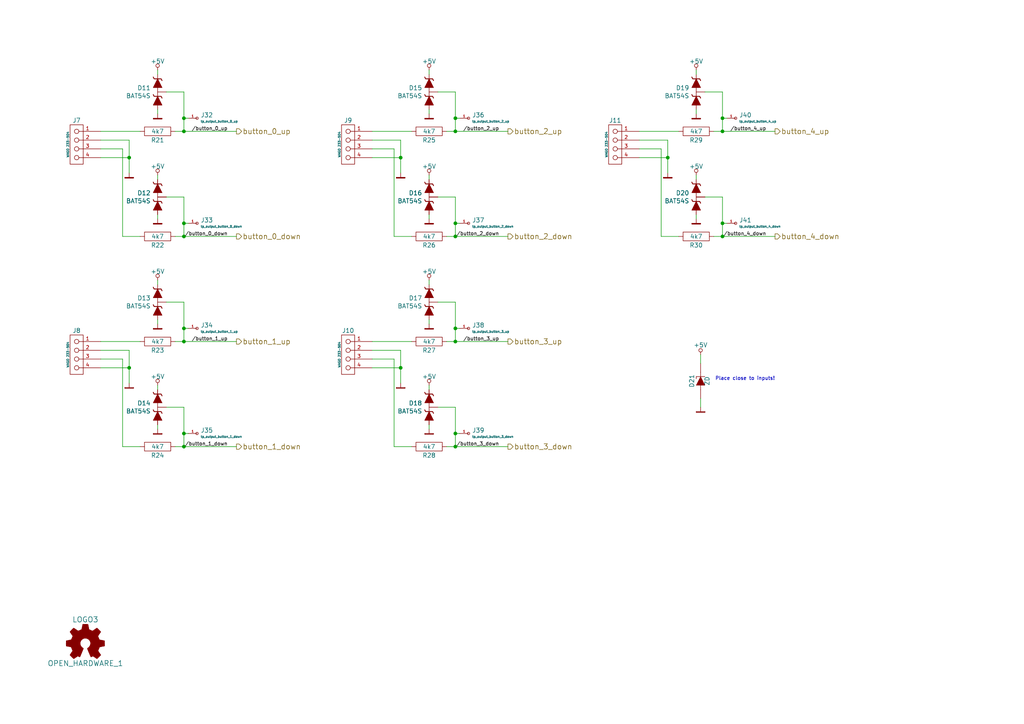
<source format=kicad_sch>
(kicad_sch (version 20211123) (generator eeschema)
  (paper "A4")
  (title_block (title "motor switch 3pole (inputs)") (date "2018-12-27") (rev "B") (company "koewiba"))
  (lib_symbols
    (symbol "connectors:CONN_1" (pin_names (offset 1.016))
      (property "Reference" "J" (at 0 1.905 0))
      (property "Value" "CONN_1" (at 0 -1.905 0))
      (symbol "CONN_1_0_1"
        (circle (center 0 0) (radius 0.3556))
      )
      (symbol "CONN_1_1_1"
        (pin passive line (at -2.54 0 0) (length 2.54) (name "~") (number "1"))
      )
    )
    (symbol "connectors:CONN_4X1" (pin_names (offset 1.016) hide)
      (property "Reference" "J" (at 1.905 6.985 0))
      (property "Value" "CONN_4X1" (at 4.445 0 90))
      (symbol "CONN_4X1_0_1"
        (rectangle (start 0 5.715) (end 3.81 -5.715))
      )
      (symbol "CONN_4X1_1_1"
        (pin passive inverted (at -5.08 3.81 0) (length 7.62) (name "1") (number "1"))
        (pin passive inverted (at -5.08 1.27 0) (length 7.62) (name "2") (number "2"))
        (pin input inverted (at -5.08 -1.27 0) (length 7.62) (name "3") (number "3"))
        (pin input inverted (at -5.08 -3.81 0) (length 7.62) (name "4") (number "4"))
      )
    )
    (symbol "diodes:BAT54S" (pin_numbers hide) (pin_names (offset 1.016) hide)
      (property "Reference" "D" (at 1.905 -6.35 0))
      (property "Value" "BAT54S" (at 0 6.35 0))
      (symbol "BAT54S_0_1"
        (polyline (pts (xy 0 -1.27) (xy 0 1.27) (xy 0 1.27)))
        (polyline (pts (xy -1.27 -1.778) (xy -1.016 -1.27) (xy 1.016 -1.27) (xy 1.27 -0.762)) (stroke (width 0.254)))
        (polyline (pts (xy -1.27 1.27) (xy 1.27 1.27) (xy 0 3.81) (xy -1.27 1.27) (xy -1.27 1.27)) (fill (type outline)))
        (polyline (pts (xy -1.27 3.302) (xy -1.016 3.81) (xy 1.016 3.81) (xy 1.27 4.318) (xy 1.27 4.318)) (stroke (width 0.254)))
        (polyline (pts (xy 0 -1.27) (xy -1.27 -3.81) (xy 1.27 -3.81) (xy 0 -1.27) (xy 0 -1.27)) (fill (type outline)))
      )
      (symbol "BAT54S_1_1"
        (pin input line (at 0 -5.08 90) (length 2.54) (name "1") (number "1"))
        (pin input line (at 0 5.08 270) (length 2.54) (name "2") (number "2"))
        (pin input line (at -2.54 0 0) (length 2.54) (name "3") (number "3"))
      )
    )
    (symbol "logo:OPEN_HARDWARE_1" (pin_names (offset 1.016))
      (property "Reference" "LOGO" (at 0 6.985 0))
      (property "Value" "OPEN_HARDWARE_1" (at 0 -5.715 0))
      (symbol "OPEN_HARDWARE_1_0_1"
        (polyline (pts (xy 3.3528 -4.3434) (xy 3.302 -4.318) (xy 3.175 -4.2418) (xy 2.9972 -4.1148) (xy 2.7686 -3.9624) (xy 2.54 -3.81) (xy 2.3622 -3.7084) (xy 2.2352 -3.6068) (xy 2.1844 -3.5814) (xy 2.159 -3.6068) (xy 2.0574 -3.6576) (xy 1.905 -3.7338) (xy 1.8034 -3.7846) (xy 1.6764 -3.8354) (xy 1.6002 -3.8354) (xy 1.6002 -3.8354) (xy 1.5494 -3.7338) (xy 1.4732 -3.5306) (xy 1.3462 -3.302) (xy 1.2446 -3.0226) (xy 1.1176 -2.7178) (xy 0.9652 -2.413) (xy 0.8636 -2.1082) (xy 0.7366 -1.8288) (xy 0.6604 -1.6256) (xy 0.6096 -1.4732) (xy 0.5842 -1.397) (xy 0.5842 -1.397) (xy 0.6604 -1.3208) (xy 0.7874 -1.2446) (xy 1.0414 -1.016) (xy 1.2954 -0.6858) (xy 1.4478 -0.3302) (xy 1.524 0.0762) (xy 1.4732 0.4572) (xy 1.3208 0.8128) (xy 1.0668 1.143) (xy 0.762 1.3716) (xy 0.4064 1.524) (xy 0 1.5748) (xy -0.381 1.5494) (xy -0.7366 1.397) (xy -1.0668 1.143) (xy -1.2192 0.9906) (xy -1.397 0.6604) (xy -1.524 0.3048) (xy -1.524 0.2286) (xy -1.4986 -0.1778) (xy -1.397 -0.5334) (xy -1.1938 -0.8636) (xy -0.9144 -1.143) (xy -0.8636 -1.1684) (xy -0.7366 -1.27) (xy -0.635 -1.3462) (xy -0.5842 -1.397) (xy -1.0668 -2.5908) (xy -1.143 -2.794) (xy -1.2954 -3.1242) (xy -1.397 -3.4036) (xy -1.4986 -3.6322) (xy -1.5748 -3.7846) (xy -1.6002 -3.8354) (xy -1.6002 -3.8354) (xy -1.651 -3.8354) (xy -1.7272 -3.81) (xy -1.905 -3.7338) (xy -2.0066 -3.683) (xy -2.1336 -3.6068) (xy -2.2098 -3.5814) (xy -2.2606 -3.6068) (xy -2.3622 -3.683) (xy -2.54 -3.81) (xy -2.7686 -3.9624) (xy -2.9718 -4.0894) (xy -3.1496 -4.2164) (xy -3.302 -4.318) (xy -3.3528 -4.3434) (xy -3.3782 -4.3434) (xy -3.429 -4.318) (xy -3.5306 -4.2164) (xy -3.7084 -4.064) (xy -3.937 -3.8354) (xy -3.9624 -3.81) (xy -4.1656 -3.6068) (xy -4.318 -3.4544) (xy -4.4196 -3.3274) (xy -4.445 -3.2766) (xy -4.445 -3.2766) (xy -4.4196 -3.2258) (xy -4.318 -3.0734) (xy -4.2164 -2.8956) (xy -4.064 -2.667) (xy -3.6576 -2.0828) (xy -3.8862 -1.5494) (xy -3.937 -1.3716) (xy -4.0386 -1.1684) (xy -4.0894 -1.0414) (xy -4.1148 -0.9652) (xy -4.191 -0.9398) (xy -4.318 -0.9144) (xy -4.5466 -0.8636) (xy -4.8006 -0.8128) (xy -5.0546 -0.7874) (xy -5.2578 -0.7366) (xy -5.4356 -0.7112) (xy -5.5118 -0.6858) (xy -5.5118 -0.6858) (xy -5.5372 -0.635) (xy -5.5372 -0.5588) (xy -5.5372 -0.4318) (xy -5.5626 -0.2286) (xy -5.5626 0.0762) (xy -5.5626 0.127) (xy -5.5372 0.4064) (xy -5.5372 0.635) (xy -5.5372 0.762) (xy -5.5372 0.8382) (xy -5.5372 0.8382) (xy -5.461 0.8382) (xy -5.3086 0.889) (xy -5.08 0.9144) (xy -4.826 0.9652) (xy -4.8006 0.9906) (xy -4.5466 1.0414) (xy -4.318 1.0668) (xy -4.1656 1.1176) (xy -4.0894 1.143) (xy -4.0894 1.143) (xy -4.0386 1.2446) (xy -3.9624 1.4224) (xy -3.8608 1.6256) (xy -3.7846 1.8288) (xy -3.7084 2.0066) (xy -3.6576 2.159) (xy -3.6322 2.2098) (xy -3.6322 2.2098) (xy -3.683 2.286) (xy -3.7592 2.413) (xy -3.8862 2.5908) (xy -4.064 2.8194) (xy -4.064 2.8448) (xy -4.2164 3.0734) (xy -4.3434 3.2512) (xy -4.4196 3.3782) (xy -4.445 3.4544) (xy -4.445 3.4544) (xy -4.3942 3.5052) (xy -4.2926 3.6322) (xy -4.1148 3.81) (xy -3.937 4.0132) (xy -3.8608 4.064) (xy -3.6576 4.2926) (xy -3.5052 4.4196) (xy -3.4036 4.4958) (xy -3.3528 4.5212) (xy -3.3528 4.5212) (xy -3.302 4.4704) (xy -3.1496 4.3688) (xy -2.9718 4.2418) (xy -2.7432 4.0894) (xy -2.7178 4.0894) (xy -2.4892 3.937) (xy -2.3114 3.81) (xy -2.1844 3.7084) (xy -2.1336 3.683) (xy -2.1082 3.683) (xy -2.032 3.7084) (xy -1.8542 3.7592) (xy -1.6764 3.8354) (xy -1.4732 3.937) (xy -1.27 4.0132) (xy -1.143 4.064) (xy -1.0668 4.1148) (xy -1.0668 4.1148) (xy -1.0414 4.191) (xy -1.016 4.3434) (xy -0.9652 4.572) (xy -0.9144 4.8514) (xy -0.889 4.9022) (xy -0.8382 5.1562) (xy -0.8128 5.3848) (xy -0.7874 5.5372) (xy -0.762 5.588) (xy -0.7112 5.6134) (xy -0.5842 5.6134) (xy -0.4064 5.6134) (xy -0.1524 5.6134) (xy 0.0762 5.6134) (xy 0.3302 5.6134) (xy 0.5334 5.6134) (xy 0.6858 5.588) (xy 0.7366 5.588) (xy 0.7366 5.588) (xy 0.762 5.5118) (xy 0.8128 5.334) (xy 0.8382 5.1054) (xy 0.9144 4.826) (xy 0.9144 4.7752) (xy 0.9652 4.5212) (xy 1.016 4.2926) (xy 1.0414 4.1402) (xy 1.0668 4.0894) (xy 1.0668 4.0894) (xy 1.1938 4.0386) (xy 1.3716 3.9624) (xy 1.5748 3.8608) (xy 2.0828 3.6576) (xy 2.7178 4.0894) (xy 2.7686 4.1402) (xy 2.9972 4.2926) (xy 3.175 4.4196) (xy 3.302 4.4958) (xy 3.3782 4.5212) (xy 3.3782 4.5212) (xy 3.429 4.4704) (xy 3.556 4.3434) (xy 3.7338 4.191) (xy 3.9116 3.9878) (xy 4.064 3.8354) (xy 4.2418 3.6576) (xy 4.3434 3.556) (xy 4.4196 3.4798) (xy 4.4196 3.429) (xy 4.4196 3.4036) (xy 4.3942 3.3274) (xy 4.2926 3.2004) (xy 4.1656 2.9972) (xy 4.0132 2.794) (xy 3.8862 2.5908) (xy 3.7592 2.3876) (xy 3.6576 2.2352) (xy 3.6322 2.159) (xy 3.6322 2.1336) (xy 3.683 2.0066) (xy 3.7592 1.8288) (xy 3.8608 1.6002) (xy 4.064 1.1176) (xy 4.3942 1.0414) (xy 4.5974 1.016) (xy 4.8768 0.9652) (xy 5.1308 0.9144) (xy 5.5372 0.8382) (xy 5.5626 -0.6604) (xy 5.4864 -0.6858) (xy 5.4356 -0.6858) (xy 5.2832 -0.7366) (xy 5.0546 -0.762) (xy 4.8006 -0.8128) (xy 4.5974 -0.8636) (xy 4.3688 -0.9144) (xy 4.2164 -0.9398) (xy 4.1402 -0.9398) (xy 4.1148 -0.9652) (xy 4.064 -1.0668) (xy 3.9878 -1.2446) (xy 3.9116 -1.4478) (xy 3.81 -1.651) (xy 3.7338 -1.8542) (xy 3.683 -2.0066) (xy 3.6576 -2.0828) (xy 3.683 -2.1336) (xy 3.7846 -2.2606) (xy 3.8862 -2.4638) (xy 4.0386 -2.667) (xy 4.191 -2.8956) (xy 4.318 -3.0734) (xy 4.3942 -3.2004) (xy 4.445 -3.2766) (xy 4.4196 -3.3274) (xy 4.3434 -3.429) (xy 4.1656 -3.5814) (xy 3.937 -3.8354) (xy 3.8862 -3.8608) (xy 3.683 -4.064) (xy 3.5306 -4.2164) (xy 3.4036 -4.318) (xy 3.3528 -4.3434)) (fill (type outline)))
      )
    )
    (symbol "power:+5V" (power) (pin_names (offset 1.016))
      (property "Value" "power_+5V" (at 0 2.794 0))
      (symbol "+5V_0_0"
        (pin power_in line (at 0 0 90) (length 0) hide (name "+5V") (number "1"))
      )
      (symbol "+5V_0_1"
        (polyline (pts (xy 0 0) (xy 0 0.762) (xy 0 0.762) (xy 0 0.762)))
        (circle (center 0 1.27) (radius 0.508))
      )
    )
    (symbol "power:GND" (power) (pin_names (offset 0.254))
      (symbol "GND_0_1"
        (polyline (pts (xy 0 0) (xy 0 -1.27) (xy 0 -1.27)))
        (polyline (pts (xy 1.27 -1.397) (xy -1.27 -1.397) (xy -1.27 -1.397)))
        (polyline (pts (xy 1.27 -1.27) (xy -1.27 -1.27) (xy -1.27 -1.27)))
        (polyline (pts (xy 1.27 -1.27) (xy 1.27 -1.524) (xy -1.27 -1.524) (xy -1.27 -1.27) (xy -1.27 -1.27)))
      )
      (symbol "GND_1_1"
        (pin power_in line (at 0 0 90) (length 0) hide (name "GND") (number "1"))
      )
    )
    (symbol "standard:R" (pin_numbers hide) (pin_names (offset 1.016) hide)
      (property "Reference" "R" (at 0 -2.54 0))
      (property "Value" "R" (at 0 0 0))
      (symbol "R_0_1"
        (rectangle (start -3.81 1.27) (end 3.81 -1.27))
      )
      (symbol "R_1_1"
        (pin passive line (at -5.08 0 0) (length 1.27) (name "1") (number "1"))
        (pin passive line (at 5.08 0 180) (length 1.27) (name "2") (number "2"))
      )
    )
    (symbol "standard:ZD" (pin_numbers hide) (pin_names (offset 1.016) hide)
      (property "Reference" "D" (at 0 2.54 0))
      (property "Value" "ZD" (at 0 -1.905 0))
      (symbol "ZD_0_1"
        (polyline (pts (xy -1.27 0) (xy -2.54 0) (xy -2.54 0)))
        (polyline (pts (xy 1.27 -1.27) (xy 1.27 1.27) (xy 0.635 1.27)))
        (polyline (pts (xy 1.27 0) (xy -1.27 -1.27) (xy -1.27 1.27) (xy 1.27 0) (xy 1.27 0)) (stroke (width 0.0254)) (fill (type outline)))
        (polyline (pts (xy 2.54 0) (xy 1.27 0) (xy 1.27 0) (xy 1.27 0) (xy 1.27 0)))
      )
      (symbol "ZD_1_1"
        (pin input line (at -5.08 0 0) (length 2.54) (name "A") (number "1"))
        (pin input line (at 5.08 0 180) (length 2.54) (name "C") (number "2"))
      )
    )
  )
  (junction (at 53.34 99.06))
  (junction (at 132.08 129.54))
  (junction (at 209.55 34.29))
  (junction (at 53.34 68.58))
  (junction (at 209.55 38.1))
  (junction (at 132.08 38.1))
  (junction (at 132.08 99.06))
  (junction (at 53.34 38.1))
  (junction (at 132.08 125.73))
  (junction (at 132.08 95.25))
  (junction (at 116.205 45.72))
  (junction (at 116.205 106.68))
  (junction (at 53.34 34.29))
  (junction (at 132.08 34.29))
  (junction (at 209.55 64.77))
  (junction (at 193.675 45.72))
  (junction (at 37.465 45.72))
  (junction (at 132.08 64.77))
  (junction (at 132.08 68.58))
  (junction (at 53.34 95.25))
  (junction (at 53.34 129.54))
  (junction (at 37.465 106.68))
  (junction (at 53.34 64.77))
  (junction (at 209.55 68.58))
  (junction (at 53.34 125.73))
  (wire (pts (xy 37.465 101.6) (xy 29.21 101.6)))
  (wire (pts (xy 132.08 118.11) (xy 127 118.11)))
  (wire (pts (xy 53.34 68.58) (xy 50.8 68.58)))
  (wire (pts (xy 37.465 106.68) (xy 37.465 111.125)))
  (wire (pts (xy 124.46 111.76) (xy 124.46 113.03)))
  (wire (pts (xy 124.46 50.8) (xy 124.46 52.07)))
  (wire (pts (xy 133.35 34.29) (xy 132.08 34.29)))
  (wire (pts (xy 132.08 38.1) (xy 132.08 34.29)))
  (wire (pts (xy 210.82 34.29) (xy 209.55 34.29)))
  (wire (pts (xy 147.32 38.1) (xy 132.08 38.1)))
  (wire (pts (xy 209.55 68.58) (xy 209.55 64.77)))
  (wire (pts (xy 209.55 38.1) (xy 209.55 34.29)))
  (wire (pts (xy 124.46 62.23) (xy 124.46 63.5)))
  (wire (pts (xy 124.46 81.28) (xy 124.46 82.55)))
  (wire (pts (xy 116.205 45.72) (xy 116.205 50.165)))
  (wire (pts (xy 133.35 125.73) (xy 132.08 125.73)))
  (wire (pts (xy 193.675 45.72) (xy 193.675 50.165)))
  (wire (pts (xy 132.08 87.63) (xy 127 87.63)))
  (wire (pts (xy 191.77 68.58) (xy 191.77 43.18)))
  (wire (pts (xy 209.55 57.15) (xy 204.47 57.15)))
  (wire (pts (xy 203.2 102.87) (xy 203.2 105.41)))
  (wire (pts (xy 45.72 20.32) (xy 45.72 21.59)))
  (wire (pts (xy 68.58 99.06) (xy 53.34 99.06)))
  (wire (pts (xy 53.34 38.1) (xy 53.34 34.29)))
  (wire (pts (xy 45.72 123.19) (xy 45.72 124.46)))
  (wire (pts (xy 196.85 68.58) (xy 191.77 68.58)))
  (wire (pts (xy 224.79 38.1) (xy 209.55 38.1)))
  (wire (pts (xy 201.93 50.8) (xy 201.93 52.07)))
  (wire (pts (xy 147.32 99.06) (xy 132.08 99.06)))
  (wire (pts (xy 119.38 68.58) (xy 114.3 68.58)))
  (wire (pts (xy 119.38 99.06) (xy 107.95 99.06)))
  (wire (pts (xy 116.205 101.6) (xy 116.205 106.68)))
  (wire (pts (xy 201.93 31.75) (xy 201.93 33.02)))
  (wire (pts (xy 132.08 57.15) (xy 127 57.15)))
  (wire (pts (xy 119.38 129.54) (xy 114.3 129.54)))
  (wire (pts (xy 53.34 118.11) (xy 48.26 118.11)))
  (wire (pts (xy 53.34 129.54) (xy 50.8 129.54)))
  (wire (pts (xy 203.2 115.57) (xy 203.2 118.11)))
  (wire (pts (xy 147.32 129.54) (xy 132.08 129.54)))
  (wire (pts (xy 37.465 45.72) (xy 29.21 45.72)))
  (wire (pts (xy 116.205 40.64) (xy 116.205 45.72)))
  (wire (pts (xy 209.55 34.29) (xy 209.55 26.67)))
  (wire (pts (xy 116.205 106.68) (xy 107.95 106.68)))
  (wire (pts (xy 116.205 45.72) (xy 107.95 45.72)))
  (wire (pts (xy 37.465 101.6) (xy 37.465 106.68)))
  (wire (pts (xy 53.34 64.77) (xy 53.34 57.15)))
  (wire (pts (xy 40.64 38.1) (xy 29.21 38.1)))
  (wire (pts (xy 119.38 38.1) (xy 107.95 38.1)))
  (wire (pts (xy 53.34 26.67) (xy 48.26 26.67)))
  (wire (pts (xy 193.675 40.64) (xy 185.42 40.64)))
  (wire (pts (xy 210.82 64.77) (xy 209.55 64.77)))
  (wire (pts (xy 124.46 92.71) (xy 124.46 93.98)))
  (wire (pts (xy 107.95 104.14) (xy 114.3 104.14)))
  (wire (pts (xy 132.08 68.58) (xy 129.54 68.58)))
  (wire (pts (xy 35.56 129.54) (xy 35.56 104.14)))
  (wire (pts (xy 68.58 129.54) (xy 53.34 129.54)))
  (wire (pts (xy 193.675 45.72) (xy 185.42 45.72)))
  (wire (pts (xy 209.55 38.1) (xy 207.01 38.1)))
  (wire (pts (xy 132.08 34.29) (xy 132.08 26.67)))
  (wire (pts (xy 116.205 40.64) (xy 107.95 40.64)))
  (wire (pts (xy 45.72 111.76) (xy 45.72 113.03)))
  (wire (pts (xy 53.34 38.1) (xy 50.8 38.1)))
  (wire (pts (xy 132.08 95.25) (xy 132.08 87.63)))
  (wire (pts (xy 37.465 106.68) (xy 29.21 106.68)))
  (wire (pts (xy 132.08 64.77) (xy 132.08 57.15)))
  (wire (pts (xy 37.465 40.64) (xy 37.465 45.72)))
  (wire (pts (xy 132.08 129.54) (xy 132.08 125.73)))
  (wire (pts (xy 53.34 87.63) (xy 48.26 87.63)))
  (wire (pts (xy 45.72 62.23) (xy 45.72 63.5)))
  (wire (pts (xy 40.64 68.58) (xy 35.56 68.58)))
  (wire (pts (xy 53.34 34.29) (xy 53.34 26.67)))
  (wire (pts (xy 53.34 125.73) (xy 53.34 118.11)))
  (wire (pts (xy 45.72 31.75) (xy 45.72 33.02)))
  (wire (pts (xy 53.34 129.54) (xy 53.34 125.73)))
  (wire (pts (xy 54.61 125.73) (xy 53.34 125.73)))
  (wire (pts (xy 132.08 26.67) (xy 127 26.67)))
  (wire (pts (xy 53.34 57.15) (xy 48.26 57.15)))
  (wire (pts (xy 224.79 68.58) (xy 209.55 68.58)))
  (wire (pts (xy 45.72 50.8) (xy 45.72 52.07)))
  (wire (pts (xy 53.34 95.25) (xy 53.34 87.63)))
  (wire (pts (xy 68.58 68.58) (xy 53.34 68.58)))
  (wire (pts (xy 54.61 64.77) (xy 53.34 64.77)))
  (wire (pts (xy 35.56 68.58) (xy 35.56 43.18)))
  (wire (pts (xy 209.55 68.58) (xy 207.01 68.58)))
  (wire (pts (xy 185.42 43.18) (xy 191.77 43.18)))
  (wire (pts (xy 124.46 31.75) (xy 124.46 33.02)))
  (wire (pts (xy 196.85 38.1) (xy 185.42 38.1)))
  (wire (pts (xy 147.32 68.58) (xy 132.08 68.58)))
  (wire (pts (xy 124.46 123.19) (xy 124.46 124.46)))
  (wire (pts (xy 201.93 20.32) (xy 201.93 21.59)))
  (wire (pts (xy 209.55 26.67) (xy 204.47 26.67)))
  (wire (pts (xy 45.72 81.28) (xy 45.72 82.55)))
  (wire (pts (xy 37.465 45.72) (xy 37.465 50.165)))
  (wire (pts (xy 132.08 38.1) (xy 129.54 38.1)))
  (wire (pts (xy 193.675 40.64) (xy 193.675 45.72)))
  (wire (pts (xy 53.34 68.58) (xy 53.34 64.77)))
  (wire (pts (xy 132.08 125.73) (xy 132.08 118.11)))
  (wire (pts (xy 124.46 20.32) (xy 124.46 21.59)))
  (wire (pts (xy 132.08 129.54) (xy 129.54 129.54)))
  (wire (pts (xy 132.08 99.06) (xy 132.08 95.25)))
  (wire (pts (xy 29.21 43.18) (xy 35.56 43.18)))
  (wire (pts (xy 107.95 43.18) (xy 114.3 43.18)))
  (wire (pts (xy 132.08 99.06) (xy 129.54 99.06)))
  (wire (pts (xy 114.3 68.58) (xy 114.3 43.18)))
  (wire (pts (xy 54.61 34.29) (xy 53.34 34.29)))
  (wire (pts (xy 116.205 101.6) (xy 107.95 101.6)))
  (wire (pts (xy 53.34 99.06) (xy 50.8 99.06)))
  (wire (pts (xy 133.35 64.77) (xy 132.08 64.77)))
  (wire (pts (xy 132.08 68.58) (xy 132.08 64.77)))
  (wire (pts (xy 29.21 104.14) (xy 35.56 104.14)))
  (wire (pts (xy 40.64 129.54) (xy 35.56 129.54)))
  (wire (pts (xy 116.205 106.68) (xy 116.205 111.125)))
  (wire (pts (xy 54.61 95.25) (xy 53.34 95.25)))
  (wire (pts (xy 45.72 92.71) (xy 45.72 93.98)))
  (wire (pts (xy 133.35 95.25) (xy 132.08 95.25)))
  (wire (pts (xy 201.93 62.23) (xy 201.93 63.5)))
  (wire (pts (xy 53.34 99.06) (xy 53.34 95.25)))
  (wire (pts (xy 114.3 129.54) (xy 114.3 104.14)))
  (wire (pts (xy 40.64 99.06) (xy 29.21 99.06)))
  (wire (pts (xy 37.465 40.64) (xy 29.21 40.64)))
  (wire (pts (xy 68.58 38.1) (xy 53.34 38.1)))
  (wire (pts (xy 209.55 64.77) (xy 209.55 57.15)))
  (text "Place close to inputs!" (at 224.79 110.49 180) (effects (font (size 1.016 1.016)) (justify right bottom)))
  (label "/button_3_up" (at 144.78 99.06 180) (effects (font (size 1.016 1.016))))
  (label "/button_4_up" (at 222.25 38.1 180) (effects (font (size 1.016 1.016))))
  (label "/button_4_down" (at 222.25 68.58 180) (effects (font (size 1.016 1.016))))
  (label "/button_2_up" (at 144.78 38.1 180) (effects (font (size 1.016 1.016))))
  (label "/button_3_down" (at 144.78 129.54 180) (effects (font (size 1.016 1.016))))
  (label "/button_1_up" (at 66.04 99.06 180) (effects (font (size 1.016 1.016))))
  (label "/button_0_up" (at 66.04 38.1 180) (effects (font (size 1.016 1.016))))
  (label "/button_1_down" (at 66.04 129.54 180) (effects (font (size 1.016 1.016))))
  (label "/button_2_down" (at 144.78 68.58 180) (effects (font (size 1.016 1.016))))
  (label "/button_0_down" (at 66.04 68.58 180) (effects (font (size 1.016 1.016))))
  (hierarchical_label "button_0_up" (shape output) (at 68.58 38.1 0) (effects (font (size 1.524 1.524))))
  (hierarchical_label "button_1_down" (shape output) (at 68.58 129.54 0) (effects (font (size 1.524 1.524))))
  (hierarchical_label "button_3_up" (shape output) (at 147.32 99.06 0) (effects (font (size 1.524 1.524))))
  (hierarchical_label "button_1_up" (shape output) (at 68.58 99.06 0) (effects (font (size 1.524 1.524))))
  (hierarchical_label "button_2_down" (shape output) (at 147.32 68.58 0) (effects (font (size 1.524 1.524))))
  (hierarchical_label "button_4_down" (shape output) (at 224.79 68.58 0) (effects (font (size 1.524 1.524))))
  (hierarchical_label "button_3_down" (shape output) (at 147.32 129.54 0) (effects (font (size 1.524 1.524))))
  (hierarchical_label "button_4_up" (shape output) (at 224.79 38.1 0) (effects (font (size 1.524 1.524))))
  (hierarchical_label "button_0_down" (shape output) (at 68.58 68.58 0) (effects (font (size 1.524 1.524))))
  (hierarchical_label "button_2_up" (shape output) (at 147.32 38.1 0) (effects (font (size 1.524 1.524))))
  (symbol (lib_id "standard:R") (at 45.72 68.58 0) (mirror y) (unit 1)
    (property "Reference" "R22" (at 45.72 71.12 0))
    (property "Value" "4k7" (at 45.72 68.58 0))
    (property "Footprint" "Resistor:R_0805" (effects hide))
  )
  (symbol (lib_id "power:+5V") (at 45.72 50.8 0) (mirror y) (unit 1)
    (property "Reference" "#PWR030" (effects hide))
    (property "Value" "+5V" (at 45.72 48.26 0))
  )
  (symbol (lib_id "power:GND") (at 45.72 63.5 0) (mirror y) (unit 1)
    (property "Reference" "#PWR031" (effects hide))
    (property "Value" "GND" (effects hide))
  )
  (symbol (lib_id "power:GND") (at 37.465 50.165 0) (mirror y) (unit 1)
    (property "Reference" "#PWR032" (effects hide))
    (property "Value" "GND" (effects hide))
  )
  (symbol (lib_id "diodes:BAT54S") (at 45.72 57.15 0) (mirror y) (unit 1)
    (property "Reference" "D12" (at 43.7134 55.9816 0) (effects (justify left)))
    (property "Value" "BAT54S" (at 43.7134 58.293 0) (effects (justify left)))
    (property "Footprint" "Housings_SOT:SOT23-3" (effects hide))
  )
  (symbol (lib_id "connectors:CONN_4X1") (at 24.13 41.91 0) (mirror y) (unit 1)
    (property "Reference" "J7" (at 22.225 34.925 0))
    (property "Value" "WAGO 233-504" (at 19.685 41.91 90) (effects (font (size 0.635 0.635))))
    (property "Footprint" "Connector_WAGO:WAGO233-4" (effects hide))
  )
  (symbol (lib_id "power:+5V") (at 45.72 20.32 0) (mirror y) (unit 1)
    (property "Reference" "#PWR033" (effects hide))
    (property "Value" "+5V" (at 45.72 17.78 0))
  )
  (symbol (lib_id "power:GND") (at 45.72 33.02 0) (mirror y) (unit 1)
    (property "Reference" "#PWR034" (effects hide))
    (property "Value" "GND" (effects hide))
  )
  (symbol (lib_id "diodes:BAT54S") (at 45.72 26.67 0) (mirror y) (unit 1)
    (property "Reference" "D11" (at 43.7134 25.5016 0) (effects (justify left)))
    (property "Value" "BAT54S" (at 43.7134 27.813 0) (effects (justify left)))
    (property "Footprint" "Housings_SOT:SOT23-3" (effects hide))
  )
  (symbol (lib_id "standard:R") (at 45.72 38.1 0) (mirror y) (unit 1)
    (property "Reference" "R21" (at 45.72 40.64 0))
    (property "Value" "4k7" (at 45.72 38.1 0))
    (property "Footprint" "Resistor:R_0805" (effects hide))
  )
  (symbol (lib_id "power:+5V") (at 45.72 111.76 0) (mirror y) (unit 1)
    (property "Reference" "#PWR035" (effects hide))
    (property "Value" "+5V" (at 45.72 109.22 0))
  )
  (symbol (lib_id "power:GND") (at 45.72 124.46 0) (mirror y) (unit 1)
    (property "Reference" "#PWR036" (effects hide))
    (property "Value" "GND" (effects hide))
  )
  (symbol (lib_id "power:GND") (at 37.465 111.125 0) (mirror y) (unit 1)
    (property "Reference" "#PWR037" (effects hide))
    (property "Value" "GND" (effects hide))
  )
  (symbol (lib_id "diodes:BAT54S") (at 45.72 118.11 0) (mirror y) (unit 1)
    (property "Reference" "D14" (at 43.7134 116.9416 0) (effects (justify left)))
    (property "Value" "BAT54S" (at 43.7134 119.253 0) (effects (justify left)))
    (property "Footprint" "Housings_SOT:SOT23-3" (effects hide))
  )
  (symbol (lib_id "connectors:CONN_4X1") (at 24.13 102.87 0) (mirror y) (unit 1)
    (property "Reference" "J8" (at 22.225 95.885 0))
    (property "Value" "WAGO 233-504" (at 19.685 102.87 90) (effects (font (size 0.635 0.635))))
    (property "Footprint" "Connector_WAGO:WAGO233-4" (effects hide))
  )
  (symbol (lib_id "standard:R") (at 45.72 129.54 0) (mirror y) (unit 1)
    (property "Reference" "R24" (at 45.72 132.08 0))
    (property "Value" "4k7" (at 45.72 129.54 0))
    (property "Footprint" "Resistor:R_0805" (effects hide))
  )
  (symbol (lib_id "power:+5V") (at 45.72 81.28 0) (mirror y) (unit 1)
    (property "Reference" "#PWR038" (effects hide))
    (property "Value" "+5V" (at 45.72 78.74 0))
  )
  (symbol (lib_id "power:GND") (at 45.72 93.98 0) (mirror y) (unit 1)
    (property "Reference" "#PWR039" (effects hide))
    (property "Value" "GND" (effects hide))
  )
  (symbol (lib_id "diodes:BAT54S") (at 45.72 87.63 0) (mirror y) (unit 1)
    (property "Reference" "D13" (at 43.7134 86.4616 0) (effects (justify left)))
    (property "Value" "BAT54S" (at 43.7134 88.773 0) (effects (justify left)))
    (property "Footprint" "Housings_SOT:SOT23-3" (effects hide))
  )
  (symbol (lib_id "standard:R") (at 45.72 99.06 0) (mirror y) (unit 1)
    (property "Reference" "R23" (at 45.72 101.6 0))
    (property "Value" "4k7" (at 45.72 99.06 0))
    (property "Footprint" "Resistor:R_0805" (effects hide))
  )
  (symbol (lib_id "power:+5V") (at 124.46 50.8 0) (mirror y) (unit 1)
    (property "Reference" "#PWR040" (effects hide))
    (property "Value" "+5V" (at 124.46 48.26 0))
  )
  (symbol (lib_id "power:GND") (at 124.46 63.5 0) (mirror y) (unit 1)
    (property "Reference" "#PWR041" (effects hide))
    (property "Value" "GND" (effects hide))
  )
  (symbol (lib_id "power:GND") (at 116.205 50.165 0) (mirror y) (unit 1)
    (property "Reference" "#PWR042" (effects hide))
    (property "Value" "GND" (effects hide))
  )
  (symbol (lib_id "diodes:BAT54S") (at 124.46 57.15 0) (mirror y) (unit 1)
    (property "Reference" "D16" (at 122.4534 55.9816 0) (effects (justify left)))
    (property "Value" "BAT54S" (at 122.4534 58.293 0) (effects (justify left)))
    (property "Footprint" "Housings_SOT:SOT23-3" (effects hide))
  )
  (symbol (lib_id "connectors:CONN_4X1") (at 102.87 41.91 0) (mirror y) (unit 1)
    (property "Reference" "J9" (at 100.965 34.925 0))
    (property "Value" "WAGO 233-504" (at 98.425 41.91 90) (effects (font (size 0.635 0.635))))
    (property "Footprint" "Connector_WAGO:WAGO233-4" (effects hide))
  )
  (symbol (lib_id "standard:R") (at 124.46 68.58 0) (mirror y) (unit 1)
    (property "Reference" "R26" (at 124.46 71.12 0))
    (property "Value" "4k7" (at 124.46 68.58 0))
    (property "Footprint" "Resistor:R_0805" (effects hide))
  )
  (symbol (lib_id "power:+5V") (at 124.46 20.32 0) (mirror y) (unit 1)
    (property "Reference" "#PWR043" (effects hide))
    (property "Value" "+5V" (at 124.46 17.78 0))
  )
  (symbol (lib_id "power:GND") (at 124.46 33.02 0) (mirror y) (unit 1)
    (property "Reference" "#PWR044" (effects hide))
    (property "Value" "GND" (effects hide))
  )
  (symbol (lib_id "diodes:BAT54S") (at 124.46 26.67 0) (mirror y) (unit 1)
    (property "Reference" "D15" (at 122.4534 25.5016 0) (effects (justify left)))
    (property "Value" "BAT54S" (at 122.4534 27.813 0) (effects (justify left)))
    (property "Footprint" "Housings_SOT:SOT23-3" (effects hide))
  )
  (symbol (lib_id "standard:R") (at 124.46 38.1 0) (mirror y) (unit 1)
    (property "Reference" "R25" (at 124.46 40.64 0))
    (property "Value" "4k7" (at 124.46 38.1 0))
    (property "Footprint" "Resistor:R_0805" (effects hide))
  )
  (symbol (lib_id "power:+5V") (at 124.46 111.76 0) (mirror y) (unit 1)
    (property "Reference" "#PWR045" (effects hide))
    (property "Value" "+5V" (at 124.46 109.22 0))
  )
  (symbol (lib_id "power:GND") (at 124.46 124.46 0) (mirror y) (unit 1)
    (property "Reference" "#PWR046" (effects hide))
    (property "Value" "GND" (effects hide))
  )
  (symbol (lib_id "power:GND") (at 116.205 111.125 0) (mirror y) (unit 1)
    (property "Reference" "#PWR047" (effects hide))
    (property "Value" "GND" (effects hide))
  )
  (symbol (lib_id "diodes:BAT54S") (at 124.46 118.11 0) (mirror y) (unit 1)
    (property "Reference" "D18" (at 122.4534 116.9416 0) (effects (justify left)))
    (property "Value" "BAT54S" (at 122.4534 119.253 0) (effects (justify left)))
    (property "Footprint" "Housings_SOT:SOT23-3" (effects hide))
  )
  (symbol (lib_id "connectors:CONN_4X1") (at 102.87 102.87 0) (mirror y) (unit 1)
    (property "Reference" "J10" (at 100.965 95.885 0))
    (property "Value" "WAGO 233-504" (at 98.425 102.87 90) (effects (font (size 0.635 0.635))))
    (property "Footprint" "Connector_WAGO:WAGO233-4" (effects hide))
  )
  (symbol (lib_id "standard:R") (at 124.46 129.54 0) (mirror y) (unit 1)
    (property "Reference" "R28" (at 124.46 132.08 0))
    (property "Value" "4k7" (at 124.46 129.54 0))
    (property "Footprint" "Resistor:R_0805" (effects hide))
  )
  (symbol (lib_id "power:+5V") (at 124.46 81.28 0) (mirror y) (unit 1)
    (property "Reference" "#PWR048" (effects hide))
    (property "Value" "+5V" (at 124.46 78.74 0))
  )
  (symbol (lib_id "power:GND") (at 124.46 93.98 0) (mirror y) (unit 1)
    (property "Reference" "#PWR049" (effects hide))
    (property "Value" "GND" (effects hide))
  )
  (symbol (lib_id "diodes:BAT54S") (at 124.46 87.63 0) (mirror y) (unit 1)
    (property "Reference" "D17" (at 122.4534 86.4616 0) (effects (justify left)))
    (property "Value" "BAT54S" (at 122.4534 88.773 0) (effects (justify left)))
    (property "Footprint" "Housings_SOT:SOT23-3" (effects hide))
  )
  (symbol (lib_id "standard:R") (at 124.46 99.06 0) (mirror y) (unit 1)
    (property "Reference" "R27" (at 124.46 101.6 0))
    (property "Value" "4k7" (at 124.46 99.06 0))
    (property "Footprint" "Resistor:R_0805" (effects hide))
  )
  (symbol (lib_id "power:+5V") (at 201.93 50.8 0) (mirror y) (unit 1)
    (property "Reference" "#PWR050" (effects hide))
    (property "Value" "+5V" (at 201.93 48.26 0))
  )
  (symbol (lib_id "power:GND") (at 201.93 63.5 0) (mirror y) (unit 1)
    (property "Reference" "#PWR051" (effects hide))
    (property "Value" "GND" (effects hide))
  )
  (symbol (lib_id "power:GND") (at 193.675 50.165 0) (mirror y) (unit 1)
    (property "Reference" "#PWR052" (effects hide))
    (property "Value" "GND" (effects hide))
  )
  (symbol (lib_id "diodes:BAT54S") (at 201.93 57.15 0) (mirror y) (unit 1)
    (property "Reference" "D20" (at 199.9234 55.9816 0) (effects (justify left)))
    (property "Value" "BAT54S" (at 199.9234 58.293 0) (effects (justify left)))
    (property "Footprint" "Housings_SOT:SOT23-3" (effects hide))
  )
  (symbol (lib_id "connectors:CONN_4X1") (at 180.34 41.91 0) (mirror y) (unit 1)
    (property "Reference" "J11" (at 178.435 34.925 0))
    (property "Value" "WAGO 233-504" (at 175.895 41.91 90) (effects (font (size 0.635 0.635))))
    (property "Footprint" "Connector_WAGO:WAGO233-4" (effects hide))
  )
  (symbol (lib_id "standard:R") (at 201.93 68.58 0) (mirror y) (unit 1)
    (property "Reference" "R30" (at 201.93 71.12 0))
    (property "Value" "4k7" (at 201.93 68.58 0))
    (property "Footprint" "Resistor:R_0805" (effects hide))
  )
  (symbol (lib_id "power:+5V") (at 201.93 20.32 0) (mirror y) (unit 1)
    (property "Reference" "#PWR053" (effects hide))
    (property "Value" "+5V" (at 201.93 17.78 0))
  )
  (symbol (lib_id "power:GND") (at 201.93 33.02 0) (mirror y) (unit 1)
    (property "Reference" "#PWR054" (effects hide))
    (property "Value" "GND" (effects hide))
  )
  (symbol (lib_id "diodes:BAT54S") (at 201.93 26.67 0) (mirror y) (unit 1)
    (property "Reference" "D19" (at 199.9234 25.5016 0) (effects (justify left)))
    (property "Value" "BAT54S" (at 199.9234 27.813 0) (effects (justify left)))
    (property "Footprint" "Housings_SOT:SOT23-3" (effects hide))
  )
  (symbol (lib_id "standard:R") (at 201.93 38.1 0) (mirror y) (unit 1)
    (property "Reference" "R29" (at 201.93 40.64 0))
    (property "Value" "4k7" (at 201.93 38.1 0))
    (property "Footprint" "Resistor:R_0805" (effects hide))
  )
  (symbol (lib_id "standard:ZD") (at 203.2 110.49 90) (unit 1)
    (property "Reference" "D21" (at 200.66 110.49 0))
    (property "Value" "ZD" (at 205.105 110.49 0))
    (property "Footprint" "Diode_SMD:D_MINIMELF" (effects hide))
  )
  (symbol (lib_id "power:+5V") (at 203.2 102.87 0) (unit 1)
    (property "Reference" "#PWR055" (effects hide))
    (property "Value" "+5V" (at 203.2 100.076 0))
  )
  (symbol (lib_id "power:GND") (at 203.2 118.11 0) (unit 1)
    (property "Reference" "#PWR056" (effects hide))
    (property "Value" "GND" (effects hide))
  )
  (symbol (lib_id "logo:OPEN_HARDWARE_1") (at 24.765 186.69 0) (unit 1)
    (property "Reference" "LOGO3" (at 24.765 179.705 0) (effects (font (size 1.524 1.524))))
    (property "Value" "OPEN_HARDWARE_1" (at 24.765 192.405 0) (effects (font (size 1.524 1.524))))
    (property "Footprint" "Symbol:Symbol_OSHW-Logo_Copper" (effects hide))
  )
  (symbol (lib_id "connectors:CONN_1") (at 57.15 64.77 0) (unit 1)
    (property "Reference" "J33" (at 58.1914 63.8556 0) (effects (justify left)))
    (property "Value" "tp_output_button_0_down" (at 58.1914 65.6844 0) (effects (font (size 0.635 0.635)) (justify left)))
    (property "Footprint" "Connector_Miscelleaneus:Testpoint_1mm" (effects hide))
  )
  (symbol (lib_id "connectors:CONN_1") (at 57.15 34.29 0) (unit 1)
    (property "Reference" "J32" (at 58.1914 33.3756 0) (effects (justify left)))
    (property "Value" "tp_output_button_0_up" (at 58.1914 35.2044 0) (effects (font (size 0.635 0.635)) (justify left)))
    (property "Footprint" "Connector_Miscelleaneus:Testpoint_1mm" (effects hide))
  )
  (symbol (lib_id "connectors:CONN_1") (at 57.15 95.25 0) (unit 1)
    (property "Reference" "J34" (at 58.1914 94.3356 0) (effects (justify left)))
    (property "Value" "tp_output_button_1_up" (at 58.1914 96.1644 0) (effects (font (size 0.635 0.635)) (justify left)))
    (property "Footprint" "Connector_Miscelleaneus:Testpoint_1mm" (effects hide))
  )
  (symbol (lib_id "connectors:CONN_1") (at 57.15 125.73 0) (unit 1)
    (property "Reference" "J35" (at 58.1914 124.8156 0) (effects (justify left)))
    (property "Value" "tp_output_button_1_down" (at 58.1914 126.6444 0) (effects (font (size 0.635 0.635)) (justify left)))
    (property "Footprint" "Connector_Miscelleaneus:Testpoint_1mm" (effects hide))
  )
  (symbol (lib_id "connectors:CONN_1") (at 135.89 34.29 0) (unit 1)
    (property "Reference" "J36" (at 136.9314 33.3756 0) (effects (justify left)))
    (property "Value" "tp_output_button_2_up" (at 136.9314 35.2044 0) (effects (font (size 0.635 0.635)) (justify left)))
    (property "Footprint" "Connector_Miscelleaneus:Testpoint_1mm" (effects hide))
  )
  (symbol (lib_id "connectors:CONN_1") (at 135.89 64.77 0) (unit 1)
    (property "Reference" "J37" (at 136.9314 63.8556 0) (effects (justify left)))
    (property "Value" "tp_output_button_2_down" (at 136.9314 65.6844 0) (effects (font (size 0.635 0.635)) (justify left)))
    (property "Footprint" "Connector_Miscelleaneus:Testpoint_1mm" (effects hide))
  )
  (symbol (lib_id "connectors:CONN_1") (at 135.89 95.25 0) (unit 1)
    (property "Reference" "J38" (at 136.9314 94.3356 0) (effects (justify left)))
    (property "Value" "tp_output_button_3_up" (at 136.9314 96.1644 0) (effects (font (size 0.635 0.635)) (justify left)))
    (property "Footprint" "Connector_Miscelleaneus:Testpoint_1mm" (effects hide))
  )
  (symbol (lib_id "connectors:CONN_1") (at 135.89 125.73 0) (unit 1)
    (property "Reference" "J39" (at 136.9314 124.8156 0) (effects (justify left)))
    (property "Value" "tp_output_button_3_down" (at 136.9314 126.6444 0) (effects (font (size 0.635 0.635)) (justify left)))
    (property "Footprint" "Connector_Miscelleaneus:Testpoint_1mm" (effects hide))
  )
  (symbol (lib_id "connectors:CONN_1") (at 213.36 34.29 0) (unit 1)
    (property "Reference" "J40" (at 214.4014 33.3756 0) (effects (justify left)))
    (property "Value" "tp_output_button_4_up" (at 214.4014 35.2044 0) (effects (font (size 0.635 0.635)) (justify left)))
    (property "Footprint" "Connector_Miscelleaneus:Testpoint_1mm" (effects hide))
  )
  (symbol (lib_id "connectors:CONN_1") (at 213.36 64.77 0) (unit 1)
    (property "Reference" "J41" (at 214.4014 63.8556 0) (effects (justify left)))
    (property "Value" "tp_output_button_4_down" (at 214.4014 65.6844 0) (effects (font (size 0.635 0.635)) (justify left)))
    (property "Footprint" "Connector_Miscelleaneus:Testpoint_1mm" (effects hide))
  )
)
</source>
